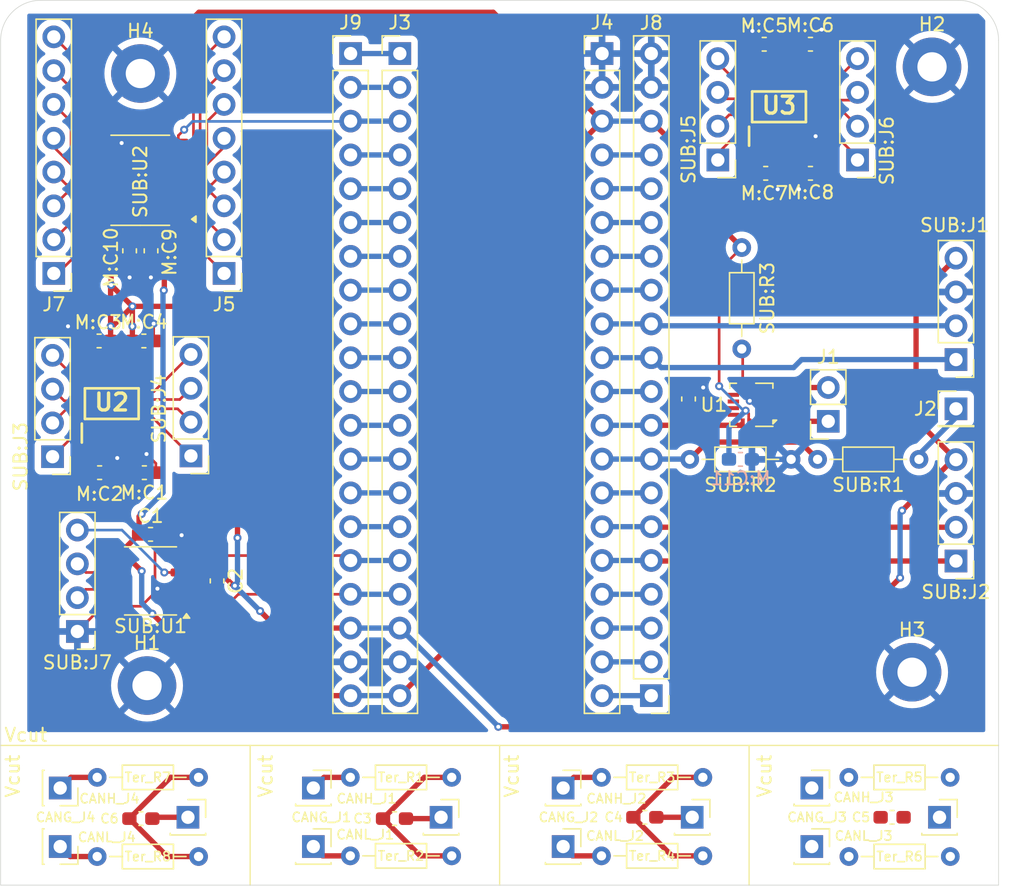
<source format=kicad_pcb>
(kicad_pcb (version 20240108) (generator "pcbnew") (generator_version "8.0")
  (layers (0 "F.Cu" signal) (31 "B.Cu" signal) (34 "B.Paste" user) (35 "F.Paste" user) (36 "B.SilkS" user "B.Silkscreen") (37 "F.SilkS" user "F.Silkscreen") (38 "B.Mask" user) (39 "F.Mask" user) (44 "Edge.Cuts" user))
  (net 0 "")
  (net 1 "GND")
  (net 2 "3V3")
  (net 3 "5V")
  (net 4 "Net-(J2-Pin_1)")
  (net 5 "A9")
  (net 6 "A8")
  (net 7 "B15")
  (net 8 "A15")
  (net 9 "B3")
  (net 10 "B5")
  (net 11 "B4")
  (net 12 "B8")
  (net 13 "A10")
  (net 14 "B7")
  (net 15 "B12")
  (net 16 "B6")
  (net 17 "A11")
  (net 18 "A12")
  (net 19 "B14")
  (net 20 "B13")
  (net 21 "B9")
  (net 22 "B11")
  (net 23 "R")
  (net 24 "A3")
  (net 25 "A1")
  (net 26 "A0")
  (net 27 "B10")
  (net 28 "A7")
  (net 29 "A6")
  (net 30 "C13")
  (net 31 "VB")
  (net 32 "B0")
  (net 33 "C14")
  (net 34 "A5")
  (net 35 "B1")
  (net 36 "A2")
  (net 37 "A4")
  (net 38 "C15")
  (net 39 "Net-(J5-Pin_5)")
  (net 40 "Net-(J5-Pin_1)")
  (net 41 "Net-(J5-Pin_2)")
  (net 42 "Net-(J5-Pin_3)")
  (net 43 "Net-(J5-Pin_7)")
  (net 44 "Net-(J5-Pin_8)")
  (net 45 "Net-(J5-Pin_4)")
  (net 46 "Net-(J5-Pin_6)")
  (net 47 "Net-(J7-Pin_5)")
  (net 48 "Net-(J7-Pin_7)")
  (net 49 "Net-(J7-Pin_8)")
  (net 50 "Net-(J7-Pin_6)")
  (net 51 "Net-(J7-Pin_1)")
  (net 52 "Net-(J7-Pin_3)")
  (net 53 "Net-(J7-Pin_4)")
  (net 54 "Net-(J7-Pin_2)")
  (net 55 "Net-(U1-~{FAULT})")
  (net 56 "OUTB1")
  (net 57 "OUTA1")
  (net 58 "OUTC1")
  (net 59 "OUTD1")
  (net 60 "INA1")
  (net 61 "INC1")
  (net 62 "INB1")
  (net 63 "IND1")
  (net 64 "OUTA2")
  (net 65 "OUTC2")
  (net 66 "OUTD2")
  (net 67 "OUTB2")
  (net 68 "INB2")
  (net 69 "INC2")
  (net 70 "INA2")
  (net 71 "IND2")
  (net 72 "CANL")
  (net 73 "CANH")
  (net 74 "TER_GND1")
  (net 75 "TER_GND2")
  (net 76 "TER_GND3")
  (net 77 "TER_GND4")
  (net 78 "W1")
  (net 79 "X1")
  (net 80 "Y1")
  (net 81 "Z1")
  (net 82 "W2")
  (net 83 "X2")
  (net 84 "Y2")
  (net 85 "Z2")
  (net 86 "Net-(J1-Pin_2)")
  (net 89 "Net-(J1-Pin_1)")
  (net 92 "Net-(C3-Pad1)")
  (net 93 "Net-(C4-Pad1)")
  (net 94 "Net-(C5-Pad1)")
  (net 95 "Net-(C6-Pad1)")
  (footprint "Capacitor_SMD:C_0603_1608Metric_Pad1.08x0.95mm_HandSolder" (layer "F.Cu") (at 110.69125 80.825 -90)
    (property "Reference" "M:C10")
    (property "Value" "100nF" (hide yes))
  )
  (footprint "Capacitor_SMD:C_0603_1608Metric_Pad1.08x0.95mm_HandSolder" (layer "F.Cu") (at 152.7 91.9625 90)
    (property "Reference" "M:C12" (hide yes))
    (property "Value" "1nF" (hide yes))
  )
  (footprint "RTR_Library:SOP50P490X110-16N" (layer "F.Cu") (at 109.35 92.312 90)
    (property "Reference" "U2")
    (property "Value" "LTC2645CMS-L12-PBF" (hide yes))
  )
  (footprint "Connector_PinHeader_2.54mm:PinHeader_1x08_P2.54mm_Vertical" (layer "F.Cu") (at 104.99125 82.525 180)
    (property "Reference" "J7")
    (property "Value" "Conn_01x08_Pin" (hide yes))
  )
  (footprint "RTR_Library:SOP50P490X110-16N" (layer "F.Cu") (at 159.5 70 90)
    (property "Reference" "U3")
    (property "Value" "LTC2645CMS-L12-PBF" (hide yes))
  )
  (footprint "Connector_PinSocket_2.54mm:PinSocket_1x01_P2.54mm_Vertical" (layer "F.Cu") (at 171.5625 123.4)
    (property "Reference" "CANG_J3")
    (property "Value" "Conn_01x01_Pin" (hide yes))
  )
  (footprint "MountingHole:MountingHole_2.2mm_M2_Pad" (layer "F.Cu") (at 171 67)
    (property "Reference" "H2")
    (property "Value" "MountingHole_Pad")
  )
  (footprint "Package_SO:SOIC-8_3.9x4.9mm_P1.27mm" (layer "F.Cu") (at 112.265 105.635 180)
    (property "Reference" "SUB:U1")
    (property "Value" "MCP2562-H-SN" (hide yes))
  )
  (footprint "Connector_PinSocket_2.54mm:PinSocket_1x01_P2.54mm_Vertical" (layer "F.Cu") (at 134.1 123.4)
    (property "Reference" "CANG_J1")
    (property "Value" "Conn_01x01_Pin" (hide yes))
  )
  (footprint "Resistor_THT:R_Axial_DIN0204_L3.6mm_D1.6mm_P7.62mm_Horizontal" (layer "F.Cu") (at 127.28 120.4)
    (property "Reference" "Ter_R1")
    (property "Value" "60R" (hide yes))
  )
  (footprint "Resistor_THT:R_Axial_DIN0204_L3.6mm_D1.6mm_P7.62mm_Horizontal" (layer "F.Cu") (at 164.7525 126.35)
    (property "Reference" "Ter_R6")
    (property "Value" "60R" (hide yes))
  )
  (footprint "Connector_PinHeader_2.54mm:PinHeader_1x04_P2.54mm_Vertical" (layer "F.Cu") (at 104.9 96.3 180)
    (property "Reference" "SUB:J3")
    (property "Value" "Conn_01x04_Pin" (hide yes))
  )
  (footprint "Connector_PinHeader_2.54mm:PinHeader_1x04_P2.54mm_Vertical" (layer "F.Cu") (at 172.8 104.14 180)
    (property "Reference" "SUB:J2")
    (property "Value" "Conn_01x04_Pin" (hide yes))
  )
  (footprint "Resistor_THT:R_Axial_DIN0204_L3.6mm_D1.6mm_P7.62mm_Horizontal" (layer "F.Cu") (at 146.155 120.4)
    (property "Reference" "Ter_R3")
    (property "Value" "60R" (hide yes))
  )
  (footprint "Connector_PinHeader_2.54mm:PinHeader_1x20_P2.54mm_Vertical" (layer "F.Cu") (at 149.9 114.26 180)
    (property "Reference" "J8")
    (property "Value" "Conn_01x20_Pin" (hide yes))
  )
  (footprint "Capacitor_SMD:C_0603_1608Metric_Pad1.08x0.95mm_HandSolder" (layer "F.Cu") (at 112.265 102.135 180)
    (property "Reference" "C1")
    (property "Value" "100nF" (hide yes))
  )
  (footprint "Resistor_THT:R_Axial_DIN0204_L3.6mm_D1.6mm_P7.62mm_Horizontal" (layer "F.Cu") (at 108.255 126.35)
    (property "Reference" "Ter_R8")
    (property "Value" "60R" (hide yes))
  )
  (footprint "Sensor_Current:Allegro_QFN-12-10-1EP_3x3mm_P0.5mm" (layer "F.Cu") (at 157.5 92.4 180)
    (property "Reference" "U1")
    (property "Value" "ACS711xEXLT-31AB" (hide yes))
  )
  (footprint "Connector_PinSocket_2.54mm:PinSocket_1x01_P2.54mm_Vertical" (layer "F.Cu") (at 143.275 121.2)
    (property "Reference" "CANH_J2")
    (property "Value" "Conn_01x01_Pin" (hide yes))
  )
  (footprint "Resistor_THT:R_Axial_DIN0204_L3.6mm_D1.6mm_P7.62mm_Horizontal" (layer "F.Cu") (at 160.41 96.5 180)
    (property "Reference" "SUB:R2")
    (property "Value" "3k5" (hide yes))
  )
  (footprint "Capacitor_SMD:C_0603_1608Metric_Pad1.08x0.95mm_HandSolder" (layer "F.Cu") (at 158.5 75)
    (property "Reference" "M:C7")
    (property "Value" "100nF" (hide yes))
  )
  (footprint "Resistor_THT:R_Axial_DIN0204_L3.6mm_D1.6mm_P7.62mm_Horizontal" (layer "F.Cu") (at 164.7425 120.4)
    (property "Reference" "Ter_R5")
    (property "Value" "60R" (hide yes))
  )
  (footprint "Connector_PinHeader_2.54mm:PinHeader_1x20_P2.54mm_Vertical" (layer "F.Cu") (at 127.3 66)
    (property "Reference" "J9")
    (property "Value" "Conn_01x20_Pin" (hide yes))
  )
  (footprint "Resistor_THT:R_Axial_DIN0204_L3.6mm_D1.6mm_P7.62mm_Horizontal" (layer "F.Cu") (at 108.255 120.4)
    (property "Reference" "Ter_R7")
    (property "Value" "60R" (hide yes))
  )
  (footprint "Connector_PinHeader_2.54mm:PinHeader_1x04_P2.54mm_Vertical" (layer "F.Cu") (at 154.9 74 180)
    (property "Reference" "SUB:J5")
    (property "Value" "Conn_01x04_Pin" (hide yes))
  )
  (footprint "Connector_PinHeader_2.54mm:PinHeader_1x01_P2.54mm_Vertical" (layer "F.Cu") (at 172.8 92.7)
    (property "Reference" "J2")
    (property "Value" "Conn_01x01_Pin" (hide yes))
  )
  (footprint "Capacitor_SMD:C_0603_1608Metric_Pad1.08x0.95mm_HandSolder" (layer "F.Cu") (at 161.8625 65.3)
    (property "Reference" "M:C6")
    (property "Value" "100nF" (hide yes))
  )
  (footprint "Capacitor_SMD:C_0603_1608Metric_Pad1.08x0.95mm_HandSolder" (layer "F.Cu") (at 130.6 123.5)
    (property "Reference" "C3")
    (property "Value" "4.7nF" (hide yes))
  )
  (footprint "Resistor_THT:R_Axial_DIN0204_L3.6mm_D1.6mm_P7.62mm_Horizontal" (layer "F.Cu") (at 156.7 80.58 -90)
    (property "Reference" "SUB:R3")
    (property "Value" "1k")
  )
  (footprint "Connector_PinSocket_2.54mm:PinSocket_1x01_P2.54mm_Vertical" (layer "F.Cu") (at 124.5 125.6)
    (property "Reference" "CANL_J1")
    (property "Value" "Conn_01x01_Pin" (hide yes))
  )
  (footprint "Capacitor_SMD:C_0603_1608Metric_Pad1.08x0.95mm_HandSolder" (layer "F.Cu") (at 111.8 97.5)
    (property "Reference" "M:C1")
    (property "Value" "100nF" (hide yes))
  )
  (footprint "Resistor_THT:R_Axial_DIN0204_L3.6mm_D1.6mm_P7.62mm_Horizontal" (layer "F.Cu") (at 170.02 96.5 180)
    (property "Reference" "SUB:R1")
    (property "Value" "6k8")
  )
  (footprint "Capacitor_SMD:C_0603_1608Metric_Pad1.08x0.95mm_HandSolder" (layer "F.Cu") (at 161.8625 75 180)
    (property "Reference" "M:C8")
    (property "Value" "100nF" (hide yes))
  )
  (footprint "Package_SO:TSSOP-20_4.4x6.5mm_P0.65mm" (layer "F.Cu") (at 111.49125 75.525 180)
    (property "Reference" "SUB:U2")
    (property "Value" "TXS0108EPW" (hide yes))
  )
  (footprint "Capacitor_SMD:C_0603_1608Metric_Pad1.08x0.95mm_HandSolder" (layer "F.Cu") (at 158.3875 65.3 180)
    (property "Reference" "M:C5")
    (property "Value" "100nF" (hide yes))
  )
  (footprint "MountingHole:MountingHole_2.2mm_M2_Pad" (layer "F.Cu") (at 112 113.5)
    (property "Reference" "H1")
    (property "Value" "MountingHole_Pad")
  )
  (footprint "Connector_PinSocket_2.54mm:PinSocket_1x01_P2.54mm_Vertical" (layer "F.Cu") (at 124.5 121.2)
    (property "Reference" "CANH_J1")
    (property "Value" "Conn_01x01_Pin" (hide yes))
  )
  (footprint "Connector_PinSocket_2.54mm:PinSocket_1x01_P2.54mm_Vertical" (layer "F.Cu") (at 152.975 123.4)
    (property "Reference" "CANG_J2")
    (property "Value" "Conn_01x01_Pin" (hide yes))
  )
  (footprint "Resistor_THT:R_Axial_DIN0204_L3.6mm_D1.6mm_P7.62mm_Horizontal" (layer "F.Cu") (at 146.155 126.3)
    (property "Reference" "Ter_R4")
    (property "Value" "60R" (hide yes))
  )
  (footprint "Capacitor_SMD:C_0603_1608Metric_Pad1.08x0.95mm_HandSolder" (layer "F.Cu") (at 117.265 105.635 90)
    (property "Reference" "C2")
    (property "Value" "100nF" (hide yes))
  )
  (footprint "Resistor_THT:R_Axial_DIN0204_L3.6mm_D1.6mm_P7.62mm_Horizontal" (layer "F.Cu") (at 127.28 126.3)
    (property "Reference" "Ter_R2")
    (property "Value" "60R" (hide yes))
  )
  (footprint "Connector_PinSocket_2.54mm:PinSocket_1x01_P2.54mm_Vertical" (layer "F.Cu") (at 161.9625 125.6)
    (property "Reference" "CANL_J3")
    (property "Value" "Conn_01x01_Pin" (hide yes))
  )
  (footprint "Connector_PinSocket_2.54mm:PinSocket_1x02_P2.54mm_Vertical" (layer "F.Cu") (at 163.2 93.64 180)
    (property "Reference" "J1")
    (property "Value" "Screw_Terminal_01x02" (hide yes))
  )
  (footprint "Connector_PinSocket_2.54mm:PinSocket_1x01_P2.54mm_Vertical" (layer "F.Cu") (at 161.9625 121.2)
    (property "Reference" "CANH_J3")
    (property "Value" "Conn_01x01_Pin" (hide yes))
  )
  (footprint "Capacitor_SMD:C_0603_1608Metric_Pad1.08x0.95mm_HandSolder" (layer "F.Cu") (at 111.5375 123.5)
    (property "Reference" "C6")
    (property "Value" "4.7nF" (hide yes))
  )
  (footprint "Capacitor_SMD:C_0603_1608Metric_Pad1.08x0.95mm_HandSolder" (layer "F.Cu") (at 111.7625 87.6)
    (property "Reference" "M:C4")
    (property "Value" "100nF" (hide yes))
  )
  (footprint "Capacitor_SMD:C_0603_1608Metric_Pad1.08x0.95mm_HandSolder" (layer "F.Cu") (at 149.4125 123.4)
    (property "Reference" "C4")
    (property "Value" "4.7nF" (hide yes))
  )
  (footprint "Capacitor_SMD:C_0603_1608Metric_Pad1.08x0.95mm_HandSolder" (layer "F.Cu") (at 112.30125 80.825 -90)
    (property "Reference" "M:C9")
    (property "Value" "100nF" (hide yes))
  )
  (footprint "MountingHole:MountingHole_2.2mm_M2_Pad" (layer "F.Cu") (at 169.5 112.5)
    (property "Reference" "H3")
    (property "Value" "MountingHole_Pad")
  )
  (footprint "MountingHole:MountingHole_2.2mm_M2_Pad" (layer "F.Cu") (at 111.5 67.5)
    (property "Reference" "H4")
    (property "Value" "MountingHole_Pad")
  )
  (footprint "Connector_PinHeader_2.54mm:PinHeader_1x20_P2.54mm_Vertical" (layer "F.Cu") (at 131 66)
    (property "Reference" "J3")
    (property "Value" "Conn_01x20_Pin" (hide yes))
  )
  (footprint "Capacitor_SMD:C_0603_1608Metric_Pad1.08x0.95mm_HandSolder" (layer "F.Cu") (at 168 123.4)
    (property "Reference" "C5")
    (property "Value" "4.7nF" (hide yes))
  )
  (footprint "Capacitor_SMD:C_0603_1608Metric_Pad1.08x0.95mm_HandSolder" (layer "F.Cu") (at 108.4375 97.5)
    (property "Reference" "M:C2")
    (property "Value" "100nF" (hide yes))
  )
  (footprint "Connector_PinHeader_2.54mm:PinHeader_1x08_P2.54mm_Vertical" (layer "F.Cu") (at 117.79125 82.525 180)
    (property "Reference" "J5")
    (property "Value" "Conn_01x08_Pin" (hide yes))
  )
  (footprint "Connector_PinHeader_2.54mm:PinHeader_1x04_P2.54mm_Vertical" (layer "F.Cu") (at 172.8 89 180)
    (property "Reference" "SUB:J1")
    (property "Value" "Conn_01x04_Pin" (hide yes))
  )
  (footprint "Capacitor_SMD:C_0603_1608Metric_Pad1.08x0.95mm_HandSolder" (layer "F.Cu") (at 108.4 87.6 180)
    (property "Reference" "M:C3")
    (property "Value" "100nF" (hide yes))
  )
  (footprint "Connector_PinHeader_2.54mm:PinHeader_1x04_P2.54mm_Vertical" (layer "F.Cu") (at 106.765 109.435 180)
    (property "Reference" "SUB:J7")
    (property "Value" "Conn_01x04_Pin" (hide yes))
  )
  (footprint "Connector_PinHeader_2.54mm:PinHeader_1x04_P2.54mm_Vertical" (layer "F.Cu") (at 115.3 96.24 180)
    (property "Reference" "SUB:J4")
    (property "Value" "Conn_01x04_Pin" (hide yes))
  )
  (footprint "Connector_PinSocket_2.54mm:PinSocket_1x01_P2.54mm_Vertical" (layer "F.Cu") (at 105.475 125.6 -90)
    (property "Reference" "CANL_J4")
    (property "Value" "Conn_01x01_Pin" (hide yes))
  )
  (footprint "Connector_PinHeader_2.54mm:PinHeader_1x20_P2.54mm_Vertical" (layer "F.Cu") (at 146.2 66)
    (property "Reference" "J4")
    (property "Value" "Conn_01x20_Pin" (hide yes))
  )
  (footprint "Connector_PinSocket_2.54mm:PinSocket_1x01_P2.54mm_Vertical" (layer "F.Cu") (at 115.075 123.4)
    (property "Reference" "CANG_J4")
    (property "Value" "Conn_01x01_Pin" (hide yes))
  )
  (footprint "Connector_PinSocket_2.54mm:PinSocket_1x01_P2.54mm_Vertical" (layer "F.Cu") (at 105.475 121.2 -90)
    (property "Reference" "CANH_J4")
    (property "Value" "Conn_01x01_Pin" (hide yes))
  )
  (footprint "Connector_PinSocket_2.54mm:PinSocket_1x01_P2.54mm_Vertical" (layer "F.Cu") (at 143.275 125.6)
    (property "Reference" "CANL_J2")
    (property "Value" "Conn_01x01_Pin" (hide yes))
  )
  (footprint "Connector_PinHeader_2.54mm:PinHeader_1x04_P2.54mm_Vertical" (layer "F.Cu") (at 165.4 74 180)
    (property "Reference" "SUB:J6")
    (property "Value" "Conn_01x04_Pin" (hide yes))
  )
  (footprint "Capacitor_SMD:C_0603_1608Metric_Pad1.08x0.95mm_HandSolder" (layer "B.Cu") (at 156.6 96.5)
    (property "Reference" "M:C11")
    (property "Value" "100nF" (hide yes))
  )
  (gr_line (start 157.25 118) (end 157.25 128.5) (stroke (width 0.1)) (layer "F.SilkS"))
  (gr_line (start 138.5 118) (end 138.5 128.5) (stroke (width 0.1)) (layer "F.SilkS"))
  (gr_line (start 119.75 118) (end 119.75 128.5) (stroke (width 0.1)) (layer "F.SilkS"))
  (gr_line (start 176 118) (end 101 118) (stroke (width 0.1)) (layer "F.SilkS"))
  (gr_line (start 101 128.5) (end 176 128.5) (stroke (width 0.05)) (layer "Edge.Cuts"))
  (gr_arc (start 173 62) (mid 175.12132 62.87868) (end 176 65) (stroke (width 0.05)) (layer "Edge.Cuts"))
  (gr_line (start 176 128.5) (end 176 118) (stroke (width 0.05)) (layer "Edge.Cuts"))
  (gr_line (start 101 118) (end 101 128.5) (stroke (width 0.05)) (layer "Edge.Cuts"))
  (gr_line (start 104 62) (end 173 62) (stroke (width 0.05)) (layer "Edge.Cuts"))
  (gr_line (start 176 65) (end 176 118) (stroke (width 0.05)) (layer "Edge.Cuts"))
  (gr_arc (start 101 65) (mid 101.87868 62.87868) (end 104 62) (stroke (width 0.05)) (layer "Edge.Cuts"))
  (gr_line (start 101 118) (end 101 65) (stroke (width 0.05)) (layer "Edge.Cuts"))
  (gr_text "Vcut" (at 102.5 122 90) (layer "F.SilkS") (effects (font (size 1 1)) (justify left bottom)))
  (gr_text "Vcut" (at 101.2 117.8 0) (layer "F.SilkS") (effects (font (size 1 1)) (justify left bottom)))
  (gr_text "Vcut" (at 121.5 122 90) (layer "F.SilkS") (effects (font (size 1 1)) (justify left bottom)))
  (gr_text "Vcut" (at 159 122 90) (layer "F.SilkS") (effects (font (size 1 1)) (justify left bottom)))
  (gr_text "Vcut" (at 140 122 90) (layer "F.SilkS") (effects (font (size 1 1)) (justify left bottom)))
  (segment (start 108.62875 72.6) (end 109.96625 72.6) (width 0.4) (layer "F.Cu") (net 1))
  (segment (start 111.5625 107.54) (end 112.8325 106.27) (width 0.2) (layer "F.Cu") (net 1))
  (segment (start 161.25 72.212) (end 162.25 72.212) (width 0.2) (layer "F.Cu") (net 1))
  (segment (start 110.69125 81.6875) (end 110.69125 82.825) (width 0.4) (layer "F.Cu") (net 1))
  (segment (start 112.6625 96.801) (end 112.6625 97.5) (width 0.2) (layer "F.Cu") (net 1))
  (segment (start 112.6 102.6625) (end 112.6 106.0375) (width 0.2) (layer "F.Cu") (net 1))
  (segment (start 152.7 91.1) (end 153.8 91.1) (width 0.4) (layer "F.Cu") (net 1))
  (segment (start 111.9615 96.1) (end 112.6625 96.801) (width 0.2) (layer "F.Cu") (net 1))
  (segment (start 111.1 95.2385) (end 111.9615 96.1) (width 0.2) (layer "F.Cu") (net 1))
  (segment (start 157.525 65.3) (end 157.75 65.525) (width 0.2) (layer "F.Cu") (net 1))
  (segment (start 107.6 87.6625) (end 107.5375 87.6) (width 0.2) (layer "F.Cu") (net 1))
  (segment (start 157.525 64.325) (end 157.5 64.3) (width 0.2) (layer "F.Cu") (net 1))
  (segment (start 112.6 106.0375) (end 112.78125 106.21875) (width 0.2) (layer "F.Cu") (net 1))
  (segment (start 112.30125 81.6875) (end 112.30125 82.815) (width 0.4) (layer "F.Cu") (net 1))
  (segment (start 157.525 65.3) (end 157.525 64.325) (width 0.2) (layer "F.Cu") (net 1))
  (segment (start 107.1615 87.6) (end 106.0615 86.5) (width 0.2) (layer "F.Cu") (net 1))
  (segment (start 117.0375 106.27) (end 114.74 106.27) (width 0.2) (layer "F.Cu") (net 1))
  (segment (start 109.3 96.8615) (end 109.7615 96.4) (width 0.2) (layer "F.Cu") (net 1))
  (segment (start 107.5375 87.6) (end 107.1615 87.6) (width 0.2) (layer "F.Cu") (net 1))
  (segment (start 161 75) (end 159.3625 75) (width 0.2) (layer "F.Cu") (net 1))
  (segment (start 157.75 65.525) (end 157.75 67.788) (width 0.2) (layer "F.Cu") (net 1))
  (segment (start 157.27 92.07) (end 157.3 92.1) (width 0.2) (layer "F.Cu") (net 1))
  (segment (start 112.30125 82.815) (end 112.29125 82.825) (width 0.4) (layer "F.Cu") (net 1))
  (segment (start 111.1 94.524) (end 111.1 95.2385) (width 0.2) (layer "F.Cu") (net 1))
  (segment (start 112.8325 106.27) (end 114.74 106.27) (width 0.2) (layer "F.Cu") (net 1))
  (segment (start 159.3625 75) (end 159.3625 76.1625) (width 0.2) (layer "F.Cu") (net 1))
  (segment (start 107.6 90.1) (end 107.6 87.6625) (width 0.2) (layer "F.Cu") (net 1))
  (segment (start 161 75) (end 161 76.2) (width 0.2) (layer "F.Cu") (net 1))
  (segment (start 109.79 107.54) (end 111.5625 107.54) (width 0.2) (layer "F.Cu") (net 1))
  (segment (start 117.265 106.4975) (end 117.0375 106.27) (width 0.2) (layer "F.Cu") (net 1))
  (segment (start 113.1275 102.135) (end 112.6 102.6625) (width 0.2) (layer "F.Cu") (net 1))
  (segment (start 113.1275 102.135) (end 114.535 102.135) (width 0.2) (layer "F.Cu") (net 1))
  (segment (start 112.78125 106.21875) (end 112.8325 106.27) (width 0.2) (layer "F.Cu") (net 1))
  (segment (start 162.725 64.225) (end 162.7 64.2) (width 0.2) (layer "F.Cu") (net 1))
  (segment (start 157.27 90.95) (end 157.27 92.07) (width 0.2) (layer "F.Cu") (net 1))
  (segment (start 159.3625 76.1625) (end 159.4 76.2) (width 0.2) (layer "F.Cu") (net 1))
  (segment (start 108.66 107.54) (end 106.765 109.435) (width 0.2) (layer "F.Cu") (net 1))
  (segment (start 162.725 65.3) (end 162.725 64.225) (width 0.2) (layer "F.Cu") (net 1))
  (segment (start 109.3 97.5) (end 109.3 96.8615) (width 0.2) (layer "F.Cu") (net 1))
  (segment (start 114.535 102.135) (end 114.6 102.2) (width 0.2) (layer "F.Cu") (net 1))
  (segment (start 109.79 107.54) (end 108.66 107.54) (width 0.2) (layer "F.Cu") (net 1))
  (segment (start 112.5 87.475) (end 112.625 87.6) (width 0.2) (layer "F.Cu") (net 1))
  (segment (start 109.96625 72.6) (end 110.09125 72.725) (width 0.4) (layer "F.Cu") (net 1))
  (segment (start 112.5 86.3) (end 112.5 87.475) (width 0.2) (layer "F.Cu") (net 1))
  (via (at 111.9615 96.1) (size 0.6) (drill 0.3) (layers "F.Cu" "B.Cu") (net 1))
  (via (at 112.5 86.3) (size 0.6) (drill 0.3) (layers "F.Cu" "B.Cu") (net 1))
  (via (at 112.78125 106.21875) (size 0.6) (drill 0.3) (layers "F.Cu" "B.Cu") (net 1))
  (via (at 106.0615 86.5) (size 0.6) (drill 0.3) (layers "F.Cu" "B.Cu") (net 1))
  (via (at 109.7615 96.4) (size 0.6) (drill 0.3) (layers "F.Cu" "B.Cu") (net 1))
  (via (at 110.09125 72.725) (size 0.6) (drill 0.3) (layers "F.Cu" "B.Cu") (net 1))
  (via (at 153.8 91.1) (size 0.6) (drill 0.3) (layers "F.Cu" "B.Cu") (net 1))
  (via (at 112.29125 82.825) (size 0.6) (drill 0.3) (layers "F.Cu" "B.Cu") (net 1))
  (via (at 110.69125 82.825) (size 0.6) (drill 0.3) (layers "F.Cu" "B.Cu") (net 1))
  (via (at 162.7 64.2) (size 0.6) (drill 0.3) (layers "F.Cu" "B.Cu") (net 1))
  (via (at 161 76.2) (size 0.6) (drill 0.3) (layers "F.Cu" "B.Cu") (net 1))
  (via (at 162.25 72.212) (size 0.6) (drill 0.3) (layers "F.Cu" "B.Cu") (net 1))
  (via (at 157.5 64.3) (size 0.6) (drill 0.3) (layers "F.Cu" "B.Cu") (net 1))
  (via (at 159.4 76.2) (size 0.6) (drill 0.3) (layers "F.Cu" "B.Cu") (net 1))
  (via (at 157.3 92.1) (size 0.6) (drill 0.3) (layers "F.Cu" "B.Cu") (net 1))
  (via (at 114.6 102.2) (size 0.6) (drill 0.3) (layers "F.Cu" "B.Cu") (net 1))
  (segment (start 131 111.72) (end 127.3 111.72) (width 0.4) (layer "B.Cu") (net 1))
  (segment (start 157.8 92.6) (end 157.8 93.89) (width 0.2) (layer "B.Cu") (net 1))
  (segment (start 146.2 68.54) (end 149.9 68.54) (width 0.4) (layer "B.Cu") (net 1))
  (segment (start 157.3 92.1) (end 157.8 92.6) (width 0.2) (layer "B.Cu") (net 1))
  (segment (start 149.9 66) (end 146.2 66) (width 0.4) (layer "B.Cu") (net 1))
  (segment (start 157.4625 96.5) (end 160.41 96.5) (width 0.4) (layer "B.Cu") (net 1))
  (segment (start 157.8 93.89) (end 160.41 96.5) (width 0.2) (layer "B.Cu") (net 1))
  (segment (start 109.79 103.73) (end 110.43 103.73) (width 0.4) (layer "F.Cu") (net 2))
  (segment (start 152.62 76.5) (end 156.7 80.58) (width 0.4) (layer "F.Cu") (net 2))
  (segment (start 111.4025 102.135) (end 111.4025 100.7975) (width 0.4) (layer "F.Cu") (net 2))
  (segment (start 139 106.26) (end 139 78.28) (width 0.4) (layer "F.Cu") (net 2))
  (segment (start 149.9 71.5) (end 149.9 71.08) (width 0.4) (layer "F.Cu") (net 2))
  (segment (start 139 78.28) (end 146.2 71.08) (width 0.4) (layer "F.Cu") (net 2))
  (segment (start 155 91) (end 155 82.28) (width 0.2) (layer "F.Cu") (net 2))
  (segment (start 138.02 62.9) (end 146.2 71.08) (width 0.4) (layer "F.Cu") (net 2))
  (segment (start 113.3 80.8) (end 112.4625 79.9625) (width 0.4) (layer "F.Cu") (net 2))
  (segment (start 118.56 114.26) (end 112.4 108.1) (width 0.4) (layer "F.Cu") (net 2))
  (segment (start 113.00125 77.8) (end 114.35375 77.8) (width 0.4) (layer "F.Cu") (net 2))
  (segment (start 114.5 64.3) (end 115.9 62.9) (width 0.4) (layer "F.Cu") (net 2))
  (segment (start 127.3 114.26) (end 118.56 114.26) (width 0.4) (layer "F.Cu") (net 2))
  (segment (start 113.3 83.7615) (end 113.3 80.8) (width 0.4) (layer "F.Cu") (net 2))
  (segment (start 156.993482 92.838949) (end 157.22 93.065467) (width 0.2) (layer "F.Cu") (net 2))
  (segment (start 111.4025 102.135) (end 111.385 102.135) (width 0.4) (layer "F.Cu") (net 2))
  (segment (start 152.5 73.68) (end 152.5 76.5) (width 0.4) (layer "F.Cu") (net 2))
  (segment (start 112.4625 79.9625) (end 112.30125 79.9625) (width 0.4) (layer "F.Cu") (net 2))
  (segment (start 114.5 69.5) (end 114.5 64.3) (width 0.4) (layer "F.Cu") (net 2))
  (segment (start 110.43 103.73) (end 111.6 104.9) (width 0.4) (layer "F.Cu") (net 2))
  (segment (start 111.385 102.135) (end 109.79 103.73) (width 0.4) (layer "F.Cu") (net 2))
  (segment (start 152.5 76.5) (end 152.62 76.5) (width 0.4) (layer "F.Cu") (net 2))
  (segment (start 112.30125 79.9625) (end 112.30125 71.69875) (width 0.4) (layer "F.Cu") (net 2))
  (segment (start 155 82.28) (end 156.7 80.58) (width 0.2) (layer "F.Cu") (net 2))
  (segment (start 112.30125 78.5) (end 113.00125 77.8) (width 0.4) (layer "F.Cu") (net 2))
  (segment (start 113.2615 83.8) (end 113.3 83.7615) (width 0.4) (layer "F.Cu") (net 2))
  (segment (start 111.4025 100.7975) (end 111.6 100.6) (width 0.4) (layer "F.Cu") (net 2))
  (segment (start 157.22 93.065467) (end 157.22 93.8) (width 0.2) (layer "F.Cu") (net 2))
  (segment (start 149.9 71.08) (end 152.5 73.68) (width 0.4) (layer "F.Cu") (net 2))
  (segment (start 115.9 62.9) (end 138.02 62.9) (width 0.4) (layer "F.Cu") (net 2))
  (segment (start 131 114.26) (end 139 106.26) (width 0.4) (layer "F.Cu") (net 2))
  (segment (start 157.22 93.8) (end 157.27 93.85) (width 0.2) (layer "F.Cu") (net 2))
  (segment (start 112.30125 71.69875) (end 114.5 69.5) (width 0.4) (layer "F.Cu") (net 2))
  (via (at 111.6 100.6) (size 0.6) (drill 0.3) (layers "F.Cu" "B.Cu") (net 2))
  (via (at 156.993482 92.838949) (size 0.6) (drill 0.3) (layers "F.Cu" "B.Cu") (net 2))
  (via (at 112.4 108.1) (size 0.6) (drill 0.3) (layers "F.Cu" "B.Cu") (net 2))
  (via (at 155 91) (size 0.6) (drill 0.3) (layers "F.Cu" "B.Cu") (net 2))
  (via (at 111.6 104.9) (size 0.6) (drill 0.3) (layers "F.Cu" "B.Cu") (net 2))
  (via (at 113.2615 83.8) (size 0.6) (drill 0.3) (layers "F.Cu" "B.Cu") (net 2))
  (segment (start 113.2615 83.8) (end 113.2 83.8615) (width 0.4) (layer "B.Cu") (net 2))
  (segment (start 111.6 107.3) (end 111.6 104.9) (width 0.4) (layer "B.Cu") (net 2))
  (segment (start 155.7375 96.5) (end 155.7375 94.094931) (width 0.4) (layer "B.Cu") (net 2))
  (segment (start 113.2 83.8615) (end 113.2 99) (width 0.4) (layer "B.Cu") (net 2))
  (segment (start 149.9 71.08) (end 146.2 71.08) (width 0.4) (layer "B.Cu") (net 2))
  (segment (start 155.7375 94.094931) (end 156.993482 92.838949) (width 0.4) (layer "B.Cu") (net 2))
  (segment (start 112.4 108.1) (end 111.6 107.3) (width 0.4) (layer "B.Cu") (net 2))
  (segment (start 156.838949 92.838949) (end 156.993482 92.838949) (width 0.2) (layer "B.Cu") (net 2))
  (segment (start 113.2 99) (end 111.6 100.6) (width 0.4) (layer "B.Cu") (net 2))
  (segment (start 155 91) (end 156.838949 92.838949) (width 0.2) (layer "B.Cu") (net 2))
  (segment (start 127.3 114.26) (end 131 114.26) (width 0.4) (layer "B.Cu") (net 2))
  (segment (start 109.3 81.35375) (end 109.3 83.4) (width 0.4) (layer "F.Cu") (net 3))
  (segment (start 109.1 87.7625) (end 109.1 90.1) (width 0.2) (layer "F.Cu") (net 3))
  (segment (start 118.6 106) (end 118.4925 106) (width 0.4) (layer "F.Cu") (net 3))
  (segment (start 169.8 84.38) (end 172.8 81.38) (width 0.4) (layer "F.Cu") (net 3))
  (segment (start 110.9 87.6) (end 109.2625 87.6) (width 0.2) (layer "F.Cu") (net 3))
  (segment (start 109.2625 87.6) (end 109.1 87.7625) (width 0.2) (layer "F.Cu") (net 3))
  (segment (start 107.6 95.8) (end 107.575 95.825) (width 0.2) (layer "F.Cu") (net 3))
  (segment (start 107.575 95.825) (end 107.575 97.5) (width 0.2) (layer "F.Cu") (net 3))
  (segment (start 110.9 85) (end 115.4 85) (width 0.4) (layer "F.Cu") (net 3))
  (segment (start 110.9375 97.5) (end 110.9375 97.7625) (width 0.2) (layer "F.Cu") (net 3))
  (segment (start 169.8 93.52) (end 169.8 84.38) (width 0.4) (layer "F.Cu") (net 3))
  (segment (start 111.1 90.1) (end 111.1 87.8) (width 0.2) (layer "F.Cu") (net 3))
  (segment (start 109.4 86.5) (end 110.9 85) (width 0.4) (layer "F.Cu") (net 3))
  (segment (start 113.3 105) (end 114.74 105) (width 0.2) (layer "F.Cu") (net 3))
  (segment (start 160.75 72.212) (end 160.75 73.025) (width 0.2) (layer "F.Cu") (net 3))
  (segment (start 168.75 100.35) (end 172.58 96.52) (width 0.4) (layer "F.Cu") (net 3))
  (segment (start 111.1 87.8) (end 110.9 87.6) (width 0.2) (layer "F.Cu") (net 3))
  (segment (start 158.76875 73.86875) (end 161.03125 73.86875) (width 0.2) (layer "F.Cu") (net 3))
  (segment (start 110.9 86.5) (end 110.9 85) (width 0.4) (layer "F.Cu") (net 3))
  (segment (start 110.9375 97.5) (end 110.6 97.1625) (width 0.2) (layer "F.Cu") (net 3))
  (segment (start 108.4375 96.6375) (end 107.575 97.5) (width 0.2) (layer "F.Cu") (net 3))
  (segment (start 118.8 102.4) (end 118.8 102.3) (width 0.4) (layer "F.Cu") (net 3))
  (segment (start 110.69125 78.965122) (end 109.526128 77.8) (width 0.4) (layer "F.Cu") (net 3))
  (segment (start 117.265 104.7725) (end 117.3725 104.7725) (width 0.2) (layer "F.Cu") (net 3))
  (segment (start 109.6 87.9375) (end 109.2625 87.6) (width 0.2) (layer "F.Cu") (net 3))
  (segment (start 108.775 98.7) (end 107.575 97.5) (width 0.2) (layer "F.Cu") (net 3))
  (segment (start 109.2625 86.5) (end 109.2625 87.6) (width 0.4) (layer "F.Cu") (net 3))
  (segment (start 161.3125 73.5875) (end 162.725 75) (width 0.2) (layer "F.Cu") (net 3))
  (segment (start 110.69125 79.9625) (end 109.3 81.35375) (width 0.4) (layer "F.Cu") (net 3))
  (segment (start 118.8 88.4) (end 118.8 102.4) (width 0.4) (layer "F.Cu") (net 3))
  (segment (start 121.78 109.18) (end 127.3 109.18) (width 0.4) (layer "F.Cu") (net 3))
  (segment (start 161 65.3) (end 159.25 65.3) (width 0.2) (layer "F.Cu") (net 3))
  (segment (start 172.8 96.52) (end 169.8 93.52) (width 0.4) (layer "F.Cu") (net 3))
  (segment (start 109.1 94.524) (end 109.1 90.1) (width 0.2) (layer "F.Cu") (net 3))
  (segment (start 159.75 65.8) (end 159.25 65.3) (width 0.2) (layer "F.Cu") (net 3))
  (segment (start 160.75 73.025) (end 161.3125 73.5875) (width 0.2) (layer "F.Cu") (net 3))
  (segment (start 108.45 96.6375) (end 108.4375 96.6375) (width 0.2) (layer "F.Cu") (net 3))
  (segment (start 110.9375 97.7625) (end 110 98.7) (width 0.2) (layer "F.Cu") (net 3))
  (segment (start 157.4 116.6) (end 168.6 105.4) (width 0.4) (layer "F.Cu") (net 3))
  (segment (start 159.25 72.212) (end 159.25 73.3875) (width 0.2) (layer "F.Cu") (net 3))
  (segment (start 172.58 96.52) (end 172.8 96.52) (width 0.4) (layer "F.Cu") (net 3))
  (segment (start 107.6 94.524) (end 107.6 95.8) (width 0.2) (layer "F.Cu") (net 3))
  (segment (start 109.1 94.524) (end 109.1 95.9875) (width 0.2) (layer "F.Cu") (net 3))
  (segment (start 115.4 85) (end 118.8 88.4) (width 0.4) (layer "F.Cu") (net 3))
  (segment (start 161.03125 73.86875) (end 161.3125 73.5875) (width 0.2) (layer "F.Cu") (net 3))
  (segment (start 157.75 72.212) (end 157.75 74.8875) (width 0.2) (layer "F.Cu") (net 3))
  (segment (start 118.4925 106) (end 117.265 104.7725) (width 0.4) (layer "F.Cu") (net 3))
  (segment (start 109.2625 86.5) (end 109.4 86.5) (width 0.4) (layer "F.Cu") (net 3))
  (segment (start 161.25 67.788) (end 161.25 65.55) (width 0.2) (layer "F.Cu") (net 3))
  (segment (start 109.2625 83.4375) (end 109.2625 86.5) (width 0.4) (layer "F.Cu") (net 3))
  (segment (start 157.75 74.8875) (end 157.6375 75) (width 0.2) (layer "F.Cu") (net 3))
  (segment (start 109.3 83.4) (end 110.9 85) (width 0.4) (layer "F.Cu") (net 3))
  (segment (start 109.3 83.4) (end 109.2625 83.4375) (width 0.4) (layer "F.Cu") (net 3))
  (segment (start 110.9 87.6) (end 110.9 86.5) (width 0.4) (layer "F.Cu") (net 3))
  (segment (start 110.6 97.1625) (end 110.6 94.524) (width 0.2) (layer "F.Cu") (net 3))
  (segment (start 117.0375 105) (end 114.74 105) (width 0.2) (layer "F.Cu") (net 3))
  (segment (start 159.25 67.788) (end 159.25 65.3) (width 0.2) (layer "F.Cu") (net 3))
  (segment (start 110.69125 79.9625) (end 110.69125 78.965122) (width 0.4) (layer "F.Cu") (net 3))
  (segment (start 117.265 104.7725) (end 117.0375 105) (width 0.2) (layer "F.Cu") (net 3))
  (segment (start 159.25 73.3875) (end 157.6375 75) (width 0.2) (layer "F.Cu") (net 3))
  (segment (start 159.75 67.788) (end 159.75 65.8) (width 0.2) (layer "F.Cu") (net 3))
  (segment (start 109.526128 77.8) (end 108.62875 77.8) (width 0.4) (layer "F.Cu") (net 3))
  (segment (start 161.25 65.55) (end 161 65.3) (width 0.2) (layer "F.Cu") (net 3))
  (segment (start 110 98.7) (end 108.775 98.7) (width 0.2) (layer "F.Cu") (net 3))
  (segment (start 109.1 95.9875) (end 108.45 96.6375) (width 0.2) (layer "F.Cu") (net 3))
  (segment (start 109.6 90.1) (end 109.6 87.9375) (width 0.2) (layer "F.Cu") (net 3))
  (segment (start 120.5 107.9) (end 121.78 109.18) (width 0.4) (layer "F.Cu") (net 3))
  (segment (start 138.4 116.6) (end 157.4 116.6) (width 0.4) (layer "F.Cu") (net 3))
  (via (at 109.3 83.4) (size 0.6) (drill 0.3) (layers "F.Cu" "B.Cu") (net 3))
  (via (at 118.6 106) (size 0.6) (drill 0.3) (layers "F.Cu" "B.Cu") (net 3))
  (via (at 168.6 105.4) (size 0.6) (drill 0.3) (layers "F.Cu" "B.Cu") (net 3))
  (via (at 113.3 105) (size 0.6) (drill 0.3) (layers "F.Cu" "B.Cu") (net 3))
  (via (at 110.9 85) (size 0.6) (drill 0.3) (layers "F.Cu" "B.Cu") (net 3))
  (via (at 138.4 116.6) (size 0.6) (drill 0.3) (layers "F.Cu" "B.Cu") (net 3))
  (via (at 120.5 107.9) (size 0.6) (drill 0.3) (layers "F.Cu" "B.Cu") (net 3))
  (via (at 168.75 100.35) (size 0.6) (drill 0.3) (layers "F.Cu" "B.Cu") (net 3))
  (via (at 118.8 102.4) (size 0.6) (drill 0.3) (layers "F.Cu" "B.Cu") (net 3))
  (via (at 110.9 86.5) (size 0.6) (drill 0.3) (layers "F.Cu" "B.Cu") (net 3))
  (via (at 109.2625 86.5) (size 0.6) (drill 0.3) (layers "F.Cu" "B.Cu") (net 3))
  (segment (start 127.3 109.18) (end 131 109.18) (width 0.4) (layer "B.Cu") (net 3))
  (segment (start 168.6 100.5) (end 168.6 105.4) (width 0.4) (layer "B.Cu") (net 3))
  (segment (start 110.115 101.815) (end 106.765 101.815) (width 0.2) (layer "B.Cu") (net 3))
  (segment (start 138.32 116.5) (end 131 109.18) (width 0.4) (layer "B.Cu") (net 3))
  (segment (start 138.32 116.52) (end 138.4 116.6) (width 0.4) (layer "B.Cu") (net 3))
  (segment (start 168.75 100.35) (end 168.6 100.5) (width 0.4) (layer "B.Cu") (net 3))
  (segment (start 138.32 116.5) (end 138.32 116.52) (width 0.4) (layer "B.Cu") (net 3))
  (segment (start 118.6 106) (end 120.5 107.9) (width 0.4) (layer "B.Cu") (net 3))
  (segment (start 172.68 96.52) (end 172.8 96.52) (width 0.4) (layer "B.Cu") (net 3))
  (segment (start 113.3 105) (end 110.115 101.815) (width 0.2) (layer "B.Cu") (net 3))
  (segment (start 118.8 102.4) (end 118.8 105.8) (width 0.4) (layer "B.Cu") (net 3))
  (segment (start 118.8 105.8) (end 118.6 106) (width 0.4) (layer "B.Cu") (net 3))
  (segment (start 170.02 96.13) (end 170.02 96.5) (width 0.4) (layer "B.Cu") (net 4))
  (segment (start 172.8 93.35) (end 170.02 96.13) (width 0.4) (layer "B.Cu") (net 4))
  (segment (start 172.8 92.7) (end 172.8 93.35) (width 0.4) (layer "B.Cu") (net 4))
  (segment (start 127.3 78.7) (end 131 78.7) (width 0.4) (layer "B.Cu") (net 5))
  (segment (start 131 76.16) (end 127.3 76.16) (width 0.4) (layer "B.Cu") (net 6))
  (segment (start 127.3 73.62) (end 131 73.62) (width 0.4) (layer "B.Cu") (net 7))
  (segment (start 131 88.86) (end 127.3 88.86) (width 0.4) (layer "B.Cu") (net 8))
  (segment (start 127.3 91.4) (end 131 91.4) (width 0.4) (layer "B.Cu") (net 9))
  (segment (start 127.3 96.48) (end 131 96.48) (width 0.4) (layer "B.Cu") (net 10))
  (segment (start 131 93.94) (end 127.3 93.94) (width 0.4) (layer "B.Cu") (net 11))
  (segment (start 114.74 103.73) (end 114.815 103.655) (width 0.2) (layer "F.Cu") (net 12))
  (segment (start 130.555 103.655) (end 131 104.1) (width 0.2) (layer "F.Cu") (net 12))
  (segment (start 114.74 103.73) (end 126.93 103.73) (width 0.2) (layer "F.Cu") (net 12))
  (segment (start 126.93 103.73) (end 127.3 104.1) (width 0.2) (layer "F.Cu") (net 12))
  (segment (start 127.3 104.1) (end 131 104.1) (width 0.4) (layer "B.Cu") (net 12))
  (segment (start 131 81.24) (end 127.3 81.24) (width 0.4) (layer "B.Cu") (net 13))
  (segment (start 131 101.56) (end 127.3 101.56) (width 0.4) (layer "B.Cu") (net 14))
  (segment (start 131 66) (end 127.3 66) (width 0.4) (layer "B.Cu") (net 15))
  (segment (start 131 99.02) (end 127.3 99.02) (width 0.4) (layer "B.Cu") (net 16))
  (segment (start 127.3 83.78) (end 131 83.78) (width 0.4) (layer "B.Cu") (net 17))
  (segment (start 127.3 86.32) (end 131 86.32) (width 0.4) (layer "B.Cu") (net 18))
  (segment (start 114.35375 72.6) (end 114.35375 72.1625) (width 0.2) (layer "F.Cu") (net 19))
  (segment (start 114.35375 72.1625) (end 114.79125 71.725) (width 0.2) (layer "F.Cu") (net 19))
  (via (at 114.79125 71.725) (size 0.6) (drill 0.3) (layers "F.Cu" "B.Cu") (net 19))
  (segment (start 114.79125 71.725) (end 115.41625 71.1) (width 0.2) (layer "B.Cu") (net 19))
  (segment (start 131 71.08) (end 127.3 71.08) (width 0.4) (layer "B.Cu") (net 19))
  (segment (start 127.28 71.1) (end 127.3 71.08) (width 0.2) (layer "B.Cu") (net 19))
  (segment (start 115.41625 71.1) (end 127.28 71.1) (width 0.2) (layer "B.Cu") (net 19))
  (segment (start 127.3 68.54) (end 131 68.54) (width 0.4) (layer "B.Cu") (net 20))
  (segment (start 114.835 107.635) (end 117.865 107.635) (width 0.2) (layer "F.Cu") (net 21))
  (segment (start 114.74 107.54) (end 114.835 107.635) (width 0.2) (layer "F.Cu") (net 21))
  (segment (start 117.865 107.635) (end 118.86 106.64) (width 0.2) (layer "F.Cu") (net 21))
  (segment (start 118.86 106.64) (end 127.3 106.64) (width 0.2) (layer "F.Cu") (net 21))
  (segment (start 131 106.64) (end 127.3 106.64) (width 0.4) (layer "B.Cu") (net 21))
  (segment (start 146.24 76.16) (end 146.4 76) (width 0.2) (layer "F.Cu") (net 22))
  (segment (start 149.9 76.16) (end 146.2 76.16) (width 0.4) (layer "B.Cu") (net 22))
  (segment (start 146.2 73.62) (end 149.9 73.62) (width 0.4) (layer "B.Cu") (net 23))
  (segment (start 161.1 95.2) (end 162.4 96.5) (width 0.4) (layer "F.Cu") (net 24))
  (segment (start 152.79 96.5) (end 154.09 95.2) (width 0.4) (layer "F.Cu") (net 24))
  (segment (start 154.09 95.2) (end 161.1 95.2) (width 0.4) (layer "F.Cu") (net 24))
  (segment (start 152.77 96.48) (end 152.79 96.5) (width 0.4) (layer "B.Cu") (net 24))
  (segment (start 149.9 96.48) (end 152.77 96.48) (width 0.4) (layer "B.Cu") (net 24))
  (segment (start 149.9 96.48) (end 146.2 96.48) (width 0.4) (layer "B.Cu") (net 24))
  (segment (start 149.94 101.6) (end 149.9 101.56) (width 0.4) (layer "F.Cu") (net 25))
  (segment (start 172.8 101.6) (end 149.94 101.6) (width 0.4) (layer "F.Cu") (net 25))
  (segment (start 146.2 101.56) (end 149.9 101.56) (width 0.4) (layer "B.Cu") (net 25))
  (segment (start 172.8 104.14) (end 149.94 104.14) (width 0.4) (layer "F.Cu") (net 26))
  (segment (start 149.94 104.14) (end 149.9 104.1) (width 0.4) (layer "F.Cu") (net 26))
  (segment (start 149.9 104.1) (end 146.2 104.1) (width 0.4) (layer "B.Cu") (net 26))
  (segment (start 146.2 78.7) (end 149.9 78.7) (width 0.4) (layer "B.Cu") (net 27))
  (segment (start 172.66 86.32) (end 172.8 86.46) (width 0.4) (layer "F.Cu") (net 28))
  (segment (start 172.8 86.46) (end 150.04 86.46) (width 0.4) (layer "B.Cu") (net 28))
  (segment (start 146.2 86.32) (end 149.9 86.32) (width 0.4) (layer "B.Cu") (net 28))
  (segment (start 150.04 86.46) (end 149.9 86.32) (width 0.4) (layer "B.Cu") (net 28))
  (segment (start 146.2 88.86) (end 149.9 88.86) (width 0.4) (layer "B.Cu") (net 29))
  (segment (start 149.9 88.86) (end 150.64 89.6) (width 0.4) (layer "B.Cu") (net 29))
  (segment (start 160.6 89.6) (end 161.2 89) (width 0.4) (layer "B.Cu") (net 29))
  (segment (start 161.2 89) (end 172.8 89) (width 0.4) (layer "B.Cu") (net 29))
  (segment (start 150.64 89.6) (end 160.6 89.6) (width 0.4) (layer "B.Cu") (net 29))
  (segment (start 146.2 111.72) (end 149.9 111.72) (width 0.4) (layer "B.Cu") (net 30))
  (segment (start 149.9 114.26) (end 146.2 114.26) (width 0.4) (layer "B.Cu") (net 31))
  (segment (start 146.2 83.78) (end 149.9 83.78) (width 0.4) (layer "B.Cu") (net 32))
  (segment (start 149.9 109.18) (end 146.2 109.18) (width 0.4) (layer "B.Cu") (net 33))
  (segment (start 146.2 91.4) (end 149.9 91.4) (width 0.4) (layer "B.Cu") (net 34))
  (segment (start 146.2 81.24) (end 149.9 81.24) (width 0.4) (layer "B.Cu") (net 35))
  (segment (start 149.9 99.02) (end 146.2 99.02) (width 0.4) (layer "B.Cu") (net 36))
  (segment (start 152.7 92.825) (end 152.7 93.84) (width 0.4) (layer "F.Cu") (net 37))
  (segment (start 156.63 93.94) (end 156.72 93.85) (width 0.4) (layer "F.Cu") (net 37))
  (segment (start 152.7 93.84) (end 152.6 93.94) (width 0.4) (layer "F.Cu") (net 37))
  (segment (start 152.6 93.94) (end 156.63 93.94) (width 0.4) (layer "F.Cu") (net 37))
  (segment (start 149.9 93.94) (end 152.6 93.94) (width 0.4) (layer "F.Cu") (net 37))
  (segment (start 156.77 93.85) (end 156.68 93.94) (width 0.2) (layer "F.Cu") (net 37))
  (segment (start 146.2 93.94) (end 149.9 93.94) (width 0.4) (layer "B.Cu") (net 37))
  (segment (start 146.2 106.64) (end 149.9 106.64) (width 0.4) (layer "B.Cu") (net 38))
  (segment (start 117.79125 73.025) (end 115.61625 75.2) (width 0.2) (layer "F.Cu") (net 39))
  (segment (start 115.61625 75.2) (end 114.35375 75.2) (width 0.2) (layer "F.Cu") (net 39))
  (segment (start 117.79125 72.365) (end 117.79125 73.025) (width 0.2) (layer "F.Cu") (net 39))
  (segment (start 117.79125 82.525) (end 114.35375 79.0875) (width 0.2) (layer "F.Cu") (net 40))
  (segment (start 114.35375 79.0875) (end 114.35375 78.45) (width 0.2) (layer "F.Cu") (net 40))
  (segment (start 117.79125 79.850001) (end 117.79125 79.985) (width 0.2) (layer "F.Cu") (net 41))
  (segment (start 114.35375 77.15) (end 115.091249 77.15) (width 0.2) (layer "F.Cu") (net 41))
  (segment (start 115.091249 77.15) (end 117.79125 79.850001) (width 0.2) (layer "F.Cu") (net 41))
  (segment (start 117.79125 77.445) (end 116.84625 76.5) (width 0.2) (layer "F.Cu") (net 42))
  (segment (start 116.84625 76.5) (end 114.35375 76.5) (width 0.2) (layer "F.Cu") (net 42))
  (segment (start 115.21625 73.9) (end 114.35375 73.9) (width 0.2) (layer "F.Cu") (net 43))
  (segment (start 115.99125 69.085) (end 115.99125 73.125) (width 0.2) (layer "F.Cu") (net 43))
  (segment (start 115.99125 73.125) (end 115.21625 73.9) (width 0.2) (layer "F.Cu") (net 43))
  (segment (start 117.79125 67.285) (end 115.99125 69.085) (width 0.2) (layer "F.Cu") (net 43))
  (segment (start 115.091249 73.25) (end 115.49125 72.849999) (width 0.2) (layer "F.Cu") (net 44))
  (segment (start 114.35375 73.25) (end 115.091249 73.25) (width 0.2) (layer "F.Cu") (net 44))
  (segment (start 115.49125 67.045) (end 117.79125 64.745) (width 0.2) (layer "F.Cu") (net 44))
  (segment (start 115.49125 72.849999) (end 115.49125 67.045) (width 0.2) (layer "F.Cu") (net 44))
  (segment (start 116.84625 75.85) (end 114.35375 75.85) (width 0.2) (layer "F.Cu") (net 45))
  (segment (start 117.79125 74.905) (end 116.84625 75.85) (width 0.2) (layer "F.Cu") (net 45))
  (segment (start 117.79125 69.825) (end 116.49125 71.125) (width 0.2) (layer "F.Cu") (net 46))
  (segment (start 116.49125 73.525) (end 115.46625 74.55) (width 0.2) (layer "F.Cu") (net 46))
  (segment (start 115.46625 74.55) (end 114.35375 74.55) (width 0.2) (layer "F.Cu") (net 46))
  (segment (start 116.49125 71.125) (end 116.49125 73.525) (width 0.2) (layer "F.Cu") (net 46))
  (segment (start 104.99125 73.025) (end 104.99125 72.365) (width 0.2) (layer "F.Cu") (net 47))
  (segment (start 107.16625 75.2) (end 104.99125 73.025) (width 0.2) (layer "F.Cu") (net 47))
  (segment (start 108.62875 75.2) (end 107.16625 75.2) (width 0.2) (layer "F.Cu") (net 47))
  (segment (start 108.62875 73.9) (end 107.66625 73.9) (width 0.2) (layer "F.Cu") (net 48))
  (segment (start 106.79125 69.085) (end 104.99125 67.285) (width 0.2) (layer "F.Cu") (net 48))
  (segment (start 107.66625 73.9) (end 106.79125 73.025) (width 0.2) (layer "F.Cu") (net 48))
  (segment (start 106.79125 73.025) (end 106.79125 69.085) (width 0.2) (layer "F.Cu") (net 48))
  (segment (start 107.29125 67.045) (end 104.99125 64.745) (width 0.2) (layer "F.Cu") (net 49))
  (segment (start 107.29125 72.825) (end 107.29125 67.045) (width 0.2) (layer "F.Cu") (net 49))
  (segment (start 107.71625 73.25) (end 107.29125 72.825) (width 0.2) (layer "F.Cu") (net 49))
  (segment (start 108.62875 73.25) (end 107.71625 73.25) (width 0.2) (layer "F.Cu") (net 49))
  (segment (start 107.61625 74.55) (end 106.29125 73.225) (width 0.2) (layer "F.Cu") (net 50))
  (segment (start 108.62875 74.55) (end 107.61625 74.55) (width 0.2) (layer "F.Cu") (net 50))
  (segment (start 106.29125 71.125) (end 104.99125 69.825) (width 0.2) (layer "F.Cu") (net 50))
  (segment (start 106.29125 73.225) (end 106.29125 71.125) (width 0.2) (layer "F.Cu") (net 50))
  (segment (start 108.62875 79.1875) (end 105.29125 82.525) (width 0.2) (layer "F.Cu") (net 51))
  (segment (start 108.62875 78.45) (end 108.62875 79.1875) (width 0.2) (layer "F.Cu") (net 51))
  (segment (start 105.29125 82.525) (end 104.99125 82.525) (width 0.2) (layer "F.Cu") (net 51))
  (segment (start 105.93625 76.5) (end 104.99125 77.445) (width 0.2) (layer "F.Cu") (net 52))
  (segment (start 108.62875 76.5) (end 105.93625 76.5) (width 0.2) (layer "F.Cu") (net 52))
  (segment (start 108.62875 75.85) (end 105.93625 75.85) (width 0.2) (layer "F.Cu") (net 53))
  (segment (start 105.93625 75.85) (end 104.99125 74.905) (width 0.2) (layer "F.Cu") (net 53))
  (segment (start 108.62875 77.15) (end 107.82625 77.15) (width 0.2) (layer "F.Cu") (net 54))
  (segment (start 107.82625 77.15) (end 104.99125 79.985) (width 0.2) (layer "F.Cu") (net 54))
  (segment (start 156.7 88.3) (end 156.77 88.37) (width 0.2) (layer "F.Cu") (net 55))
  (segment (start 156.77 88.37) (end 156.77 90.95) (width 0.2) (layer "F.Cu") (net 55))
  (segment (start 156.7 88.2) (end 156.7 88.3) (width 0.2) (layer "F.Cu") (net 55))
  (segment (start 106.06 92.6) (end 104.9 93.76) (width 0.2) (layer "F.Cu") (net 56))
  (segment (start 108.6 93.2) (end 108 92.6) (width 0.2) (layer "F.Cu") (net 56))
  (segment (start 108 92.6) (end 106.06 92.6) (width 0.2) (layer "F.Cu") (net 56))
  (segment (start 108.6 94.524) (end 108.6 93.2) (width 0.2) (layer "F.Cu") (net 56))
  (segment (start 106.3 94) (end 106.3 94.9) (width 0.2) (layer "F.Cu") (net 57))
  (segment (start 107.1 93.2) (end 106.3 94) (width 0.2) (layer "F.Cu") (net 57))
  (segment (start 108.1 93.5615) (end 107.7385 93.2) (width 0.2) (layer "F.Cu") (net 57))
  (segment (start 106.3 94.9) (end 104.9 96.3) (width 0.2) (layer "F.Cu") (net 57))
  (segment (start 107.7385 93.2) (end 107.1 93.2) (width 0.2) (layer "F.Cu") (net 57))
  (segment (start 108.1 94.524) (end 108.1 93.5615) (width 0.2) (layer "F.Cu") (net 57))
  (segment (start 105.78 92.1) (end 104.9 91.22) (width 0.2) (layer "F.Cu") (net 58))
  (segment (start 108.6 91.4) (end 107.9 92.1) (width 0.2) (layer "F.Cu") (net 58))
  (segment (start 108.6 90.1) (end 108.6 91.4) (width 0.2) (layer "F.Cu") (net 58))
  (segment (start 107.9 92.1) (end 105.78 92.1) (width 0.2) (layer "F.Cu") (net 58))
  (segment (start 106.5 90.28) (end 106.5 90.9) (width 0.2) (layer "F.Cu") (net 59))
  (segment (start 108.1 91.0625) (end 108.1 90.1) (width 0.2) (layer "F.Cu") (net 59))
  (segment (start 107 91.4) (end 107.7625 91.4) (width 0.2) (layer "F.Cu") (net 59))
  (segment (start 106.5 90.9) (end 107 91.4) (width 0.2) (layer "F.Cu") (net 59))
  (segment (start 104.9 88.68) (end 106.5 90.28) (width 0.2) (layer "F.Cu") (net 59))
  (segment (start 107.7625 91.4) (end 108.1 91.0625) (width 0.2) (layer "F.Cu") (net 59))
  (segment (start 112.26 93.2) (end 115.3 96.24) (width 0.2) (layer "F.Cu") (net 60))
  (segment (start 110.4615 93.2) (end 112.26 93.2) (width 0.2) (layer "F.Cu") (net 60))
  (segment (start 110.1 94.524) (end 110.1 93.5615) (width 0.2) (layer "F.Cu") (net 60))
  (segment (start 110.1 93.5615) (end 110.4615 93.2) (width 0.2) (layer "F.Cu") (net 60))
  (segment (start 110.7 92) (end 114.46 92) (width 0.2) (layer "F.Cu") (net 61))
  (segment (start 110.1 91.4) (end 110.7 92) (width 0.2) (layer "F.Cu") (net 61))
  (segment (start 110.1 90.1) (end 110.1 91.4) (width 0.2) (layer "F.Cu") (net 61))
  (segment (start 114.46 92) (end 115.3 91.16) (width 0.2) (layer "F.Cu") (net 61))
  (segment (start 109.6 94.524) (end 109.6 93.1) (width 0.2) (layer "F.Cu") (net 62))
  (segment (start 114.3 92.7) (end 115.3 93.7) (width 0.2) (layer "F.Cu") (net 62))
  (segment (start 109.6 93.1) (end 110 92.7) (width 0.2) (layer "F.Cu") (net 62))
  (segment (start 110 92.7) (end 114.3 92.7) (width 0.2) (layer "F.Cu") (net 62))
  (segment (start 110.6 91.0625) (end 110.9375 91.4) (width 0.2) (layer "F.Cu") (net 63))
  (segment (start 110.9375 91.4) (end 112.52 91.4) (width 0.2) (layer "F.Cu") (net 63))
  (segment (start 110.6 90.1) (end 110.6 91.0625) (width 0.2) (layer "F.Cu") (net 63))
  (segment (start 112.52 91.4) (end 115.3 88.62) (width 0.2) (layer "F.Cu") (net 63))
  (segment (start 158.25 71.2495) (end 158.25 72.212) (width 0.2) (layer "F.Cu") (net 64))
  (segment (start 157.3 71.1) (end 158.1005 71.1) (width 0.2) (layer "F.Cu") (net 64))
  (segment (start 158.1005 71.1) (end 158.25 71.2495) (width 0.2) (layer "F.Cu") (net 64))
  (segment (start 154.9 73.5) (end 157.3 71.1) (width 0.2) (layer "F.Cu") (net 64))
  (segment (start 154.9 74) (end 154.9 73.5) (width 0.2) (layer "F.Cu") (net 64))
  (segment (start 155.38 69.4) (end 158.6 69.4) (width 0.2) (layer "F.Cu") (net 65))
  (segment (start 154.9 68.92) (end 155.38 69.4) (width 0.2) (layer "F.Cu") (net 65))
  (segment (start 158.75 69.25) (end 158.75 67.788) (width 0.2) (layer "F.Cu") (net 65))
  (segment (start 158.6 69.4) (end 158.75 69.25) (width 0.2) (layer "F.Cu") (net 65))
  (segment (start 154.9 66.38) (end 154.9 66.7) (width 0.2) (layer "F.Cu") (net 66))
  (segment (start 158.25 68.7505) (end 158.25 67.788) (width 0.2) (layer "F.Cu") (net 66))
  (segment (start 157.1 68.9) (end 158.1005 68.9) (width 0.2) (layer "F.Cu") (net 66))
  (segment (start 154.9 66.7) (end 157.1 68.9) (width 0.2) (layer "F.Cu") (net 66))
  (segment (start 158.1005 68.9) (end 158.25 68.7505) (width 0.2) (layer "F.Cu") (net 66))
  (segment (start 155.76 70.6) (end 158.4 70.6) (width 0.2) (layer "F.Cu") (net 67))
  (segment (start 158.75 70.95) (end 158.75 72.212) (width 0.2) (layer "F.Cu") (net 67))
  (segment (start 158.4 70.6) (end 158.75 70.95) (width 0.2) (layer "F.Cu") (net 67))
  (segment (start 154.9 71.46) (end 155.76 70.6) (width 0.2) (layer "F.Cu") (net 67))
  (segment (start 160.6 70.2) (end 159.75 71.05) (width 0.2) (layer "F.Cu") (net 68))
  (segment (start 164.14 70.2) (end 160.6 70.2) (width 0.2) (layer "F.Cu") (net 68))
  (segment (start 165.4 71.46) (end 164.14 70.2) (width 0.2) (layer "F.Cu") (net 68))
  (segment (start 159.75 71.05) (end 159.75 72.212) (width 0.2) (layer "F.Cu") (net 68))
  (segment (start 160.25 67.788) (end 160.25 68.95) (width 0.2) (layer "F.Cu") (net 69))
  (segment (start 164.82 69.5) (end 165.4 68.92) (width 0.2) (layer "F.Cu") (net 69))
  (segment (start 160.8 69.5) (end 164.82 69.5) (width 0.2) (layer "F.Cu") (net 69))
  (segment (start 160.25 68.95) (end 160.8 69.5) (width 0.2) (layer "F.Cu") (net 69))
  (segment (start 160.25 72.212) (end 160.25 71.25) (width 0.2) (layer "F.Cu") (net 70))
  (segment (start 160.25 71.25) (end 160.5 71) (width 0.2) (layer "F.Cu") (net 70))
  (segment (start 160.5 71) (end 162.6 71) (width 0.2) (layer "F.Cu") (net 70))
  (segment (start 165.4 73.8) (end 165.4 74) (width 0.2) (layer "F.Cu") (net 70))
  (segment (start 162.6 71) (end 165.4 73.8) (width 0.2) (layer "F.Cu") (net 70))
  (segment (start 160.75 68.75) (end 160.75 67.788) (width 0.2) (layer "F.Cu") (net 71))
  (segment (start 161 69) (end 160.75 68.75) (width 0.2) (layer "F.Cu") (net 71))
  (segment (start 162.78 69) (end 161 69) (width 0.2) (layer "F.Cu") (net 71))
  (segment (start 165.4 66.38) (end 162.78 69) (width 0.2) (layer "F.Cu") (net 71))
  (segment (start 106.765 104.355) (end 107.41 105) (width 0.2) (layer "F.Cu") (net 72))
  (segment (start 107.41 105) (end 109.79 105) (width 0.2) (layer "F.Cu") (net 72))
  (segment (start 107.39 106.27) (end 109.79 106.27) (width 0.2) (layer "F.Cu") (net 73))
  (segment (start 106.765 106.895) (end 107.39 106.27) (width 0.2) (layer "F.Cu") (net 73))
  (segment (start 134 123.5) (end 134.1 123.4) (width 0.4) (layer "F.Cu") (net 74))
  (segment (start 131.4625 123.5) (end 134 123.5) (width 0.4) (layer "F.Cu") (net 74))
  (segment (start 150.275 123.4) (end 152.975 123.4) (width 0.4) (layer "F.Cu") (net 75))
  (segment (start 115.075 123.4) (end 112.5 123.4) (width 0.4) (layer "F.Cu") (net 77))
  (segment (start 112.5 123.4) (end 112.4 123.5) (width 0.4) (layer "F.Cu") (net 77))
  (segment (start 125.3 120.4) (end 127.28 120.4) (width 0.4) (layer "F.Cu") (net 78))
  (segment (start 124.5 121.2) (end 125.3 120.4) (width 0.4) (layer "F.Cu") (net 78))
  (segment (start 124.5 125.6) (end 125.2 126.3) (width 0.4) (layer "F.Cu") (net 79))
  (segment (start 125.2 126.3) (end 127.28 126.3) (width 0.4) (layer "F.Cu") (net 79))
  (segment (start 146.155 120.4) (end 144.075 120.4) (width 0.4) (layer "F.Cu") (net 80))
  (segment (start 144.075 120.4) (end 143.275 121.2) (width 0.4) (layer "F.Cu") (net 80))
  (segment (start 143.975 126.3) (end 143.275 125.6) (width 0.4) (layer "F.Cu") (net 81))
  (segment (start 146.155 126.3) (end 143.975 126.3) (width 0.4) (layer "F.Cu") (net 81))
  (segment (start 106.275 120.4) (end 108.255 120.4) (width 0.4) (layer "F.Cu") (net 84))
  (segment (start 105.475 121.2) (end 106.275 120.4) (width 0.4) (layer "F.Cu") (net 84))
  (segment (start 106.225 126.35) (end 108.255 126.35) (width 0.4) (layer "F.Cu") (net 85))
  (segment (start 105.475 125.6) (end 106.225 126.35) (width 0.4) (layer "F.Cu") (net 85))
  (segment (start 159.62 91.1) (end 163.2 91.1) (width 0.4) (layer "F.Cu") (net 86))
  (segment (start 158.82 91.9) (end 159.62 91.1) (width 0.4) (layer "F.Cu") (net 86))
  (segment (start 159.56 93.64) (end 163.2 93.64) (width 0.4) (layer "F.Cu") (net 89))
  (segment (start 158.82 92.9) (end 159.56 93.64) (width 0.4) (layer "F.Cu") (net 89))
  (segment (start 134.9 126.3) (end 132.5375 126.3) (width 0.4) (layer "F.Cu") (net 92))
  (segment (start 132.8375 120.4) (end 129.7375 123.5) (width 0.4) (layer "F.Cu") (net 92))
  (segment (start 134.9 120.4) (end 132.8375 120.4) (width 0.4) (layer "F.Cu") (net 92))
  (segment (start 132.5375 126.3) (end 129.7375 123.5) (width 0.4) (layer "F.Cu") (net 92))
  (segment (start 151.55 120.4) (end 153.775 120.4) (width 0.4) (layer "F.Cu") (net 93))
  (segment (start 148.55 123.4) (end 151.45 126.3) (width 0.4) (layer "F.Cu") (net 93))
  (segment (start 151.45 126.3) (end 153.775 126.3) (width 0.4) (layer "F.Cu") (net 93))
  (segment (start 148.55 123.4) (end 151.55 120.4) (width 0.4) (layer "F.Cu") (net 93))
  (segment (start 115.875 126.35) (end 113.525 126.35) (width 0.4) (layer "F.Cu") (net 95))
  (segment (start 115.875 120.4) (end 113.775 120.4) (width 0.4) (layer "F.Cu") (net 95))
  (segment (start 113.525 126.35) (end 110.675 123.5) (width 0.4) (layer "F.Cu") (net 95))
  (segment (start 113.775 120.4) (end 110.675 123.5) (width 0.4) (layer "F.Cu") (net 95))
  (zone (net 1) (net_name "GND") (layer "B.Cu") (connect_pads (clearance 0.5)) (min_thickness 0.25) (fill yes (thermal_gap 0.5) (thermal_bridge_width 0.5))
    (polygon (pts (xy 103 63) (xy 175 63) (xy 175 117) (xy 103 117)))
  )
)
</source>
